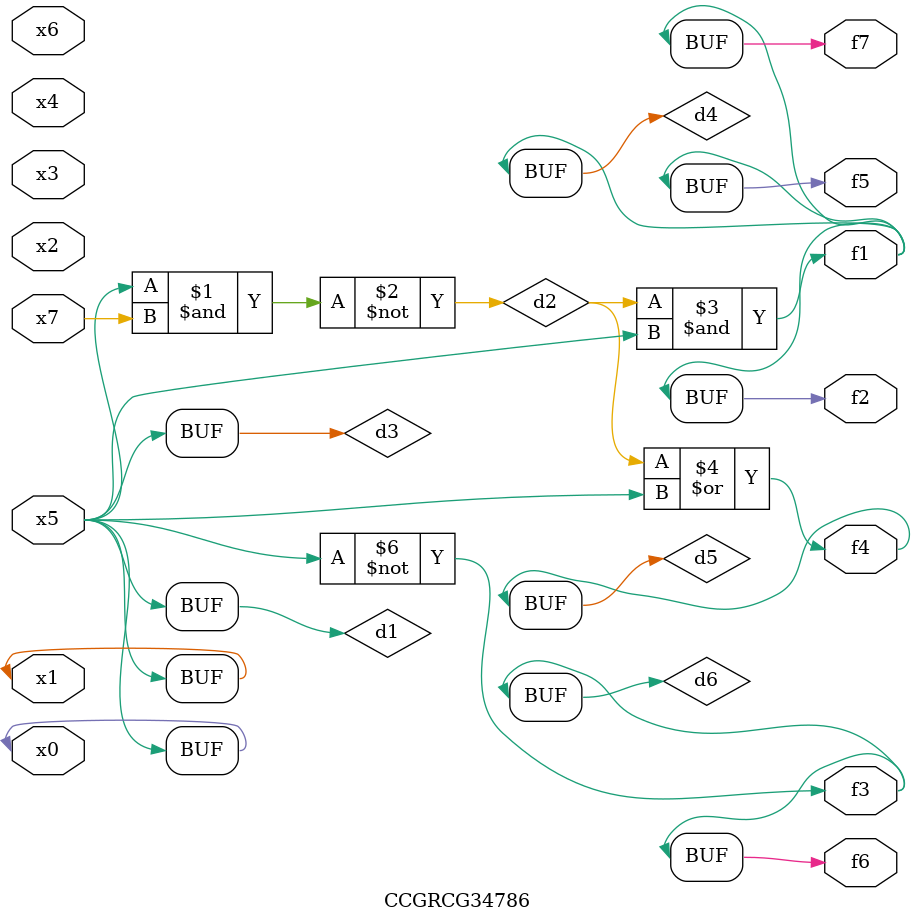
<source format=v>
module CCGRCG34786(
	input x0, x1, x2, x3, x4, x5, x6, x7,
	output f1, f2, f3, f4, f5, f6, f7
);

	wire d1, d2, d3, d4, d5, d6;

	buf (d1, x0, x5);
	nand (d2, x5, x7);
	buf (d3, x0, x1);
	and (d4, d2, d3);
	or (d5, d2, d3);
	nor (d6, d1, d3);
	assign f1 = d4;
	assign f2 = d4;
	assign f3 = d6;
	assign f4 = d5;
	assign f5 = d4;
	assign f6 = d6;
	assign f7 = d4;
endmodule

</source>
